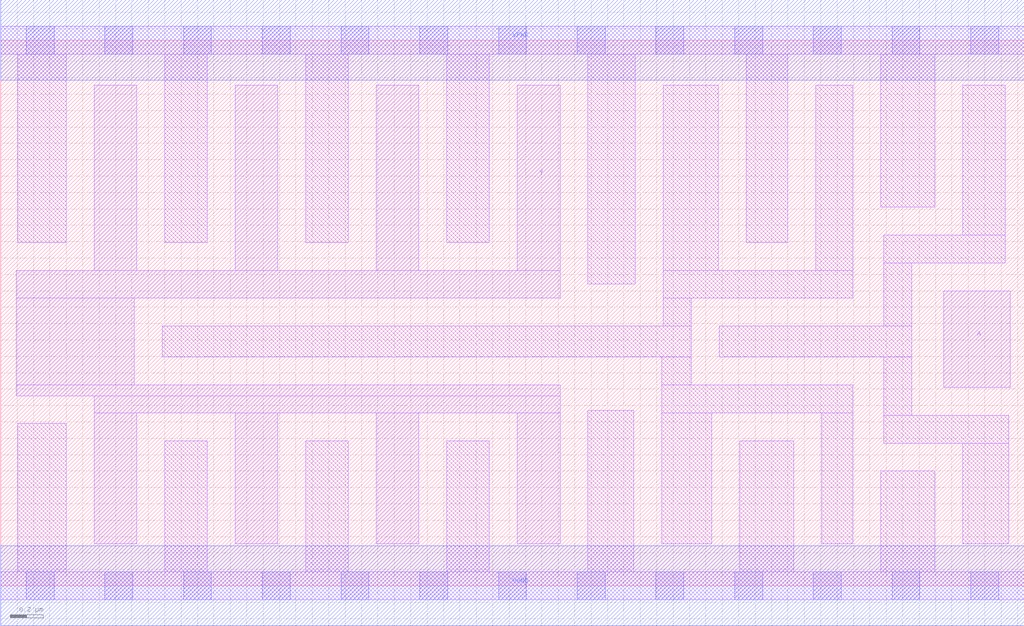
<source format=lef>
# Copyright 2020 The SkyWater PDK Authors
#
# Licensed under the Apache License, Version 2.0 (the "License");
# you may not use this file except in compliance with the License.
# You may obtain a copy of the License at
#
#     https://www.apache.org/licenses/LICENSE-2.0
#
# Unless required by applicable law or agreed to in writing, software
# distributed under the License is distributed on an "AS IS" BASIS,
# WITHOUT WARRANTIES OR CONDITIONS OF ANY KIND, either express or implied.
# See the License for the specific language governing permissions and
# limitations under the License.
#
# SPDX-License-Identifier: Apache-2.0

VERSION 5.7 ;
  NOWIREEXTENSIONATPIN ON ;
  DIVIDERCHAR "/" ;
  BUSBITCHARS "[]" ;
UNITS
  DATABASE MICRONS 200 ;
END UNITS
MACRO sky130_fd_sc_lp__bufinv_8
  CLASS CORE ;
  FOREIGN sky130_fd_sc_lp__bufinv_8 ;
  ORIGIN  0.000000  0.000000 ;
  SIZE  6.240000 BY  3.330000 ;
  SYMMETRY X Y R90 ;
  SITE unit ;
  PIN A
    ANTENNAGATEAREA  0.315000 ;
    DIRECTION INPUT ;
    USE SIGNAL ;
    PORT
      LAYER li1 ;
        RECT 5.750000 1.210000 6.155000 1.800000 ;
    END
  END A
  PIN Y
    ANTENNADIFFAREA  2.352000 ;
    DIRECTION OUTPUT ;
    USE SIGNAL ;
    PORT
      LAYER li1 ;
        RECT 0.095000 1.160000 3.410000 1.225000 ;
        RECT 0.095000 1.225000 0.815000 1.755000 ;
        RECT 0.095000 1.755000 3.410000 1.925000 ;
        RECT 0.570000 0.255000 0.830000 1.055000 ;
        RECT 0.570000 1.055000 3.410000 1.160000 ;
        RECT 0.570000 1.925000 0.830000 3.055000 ;
        RECT 1.430000 0.255000 1.690000 1.055000 ;
        RECT 1.430000 1.925000 1.690000 3.055000 ;
        RECT 2.290000 0.255000 2.550000 1.055000 ;
        RECT 2.290000 1.925000 2.550000 3.055000 ;
        RECT 3.150000 0.255000 3.410000 1.055000 ;
        RECT 3.150000 1.925000 3.410000 3.055000 ;
    END
  END Y
  PIN VGND
    DIRECTION INOUT ;
    USE GROUND ;
    PORT
      LAYER met1 ;
        RECT 0.000000 -0.245000 6.240000 0.245000 ;
    END
  END VGND
  PIN VPWR
    DIRECTION INOUT ;
    USE POWER ;
    PORT
      LAYER met1 ;
        RECT 0.000000 3.085000 6.240000 3.575000 ;
    END
  END VPWR
  OBS
    LAYER li1 ;
      RECT 0.000000 -0.085000 6.240000 0.085000 ;
      RECT 0.000000  3.245000 6.240000 3.415000 ;
      RECT 0.105000  0.085000 0.400000 0.990000 ;
      RECT 0.105000  2.095000 0.400000 3.245000 ;
      RECT 0.985000  1.395000 4.210000 1.585000 ;
      RECT 1.000000  0.085000 1.260000 0.885000 ;
      RECT 1.000000  2.095000 1.260000 3.245000 ;
      RECT 1.860000  0.085000 2.120000 0.885000 ;
      RECT 1.860000  2.095000 2.120000 3.245000 ;
      RECT 2.720000  0.085000 2.980000 0.885000 ;
      RECT 2.720000  2.095000 2.980000 3.245000 ;
      RECT 3.580000  0.085000 3.860000 1.070000 ;
      RECT 3.580000  1.840000 3.870000 3.245000 ;
      RECT 4.030000  0.255000 4.335000 1.055000 ;
      RECT 4.030000  1.055000 5.195000 1.225000 ;
      RECT 4.030000  1.225000 4.210000 1.395000 ;
      RECT 4.040000  1.585000 4.210000 1.755000 ;
      RECT 4.040000  1.755000 5.195000 1.925000 ;
      RECT 4.040000  1.925000 4.375000 3.055000 ;
      RECT 4.380000  1.395000 5.555000 1.585000 ;
      RECT 4.505000  0.085000 4.835000 0.885000 ;
      RECT 4.545000  2.095000 4.800000 3.245000 ;
      RECT 4.970000  1.925000 5.195000 3.055000 ;
      RECT 5.005000  0.255000 5.195000 1.055000 ;
      RECT 5.365000  0.085000 5.695000 0.700000 ;
      RECT 5.365000  2.310000 5.695000 3.245000 ;
      RECT 5.385000  0.870000 6.145000 1.040000 ;
      RECT 5.385000  1.040000 5.555000 1.395000 ;
      RECT 5.385000  1.585000 5.555000 1.970000 ;
      RECT 5.385000  1.970000 6.125000 2.140000 ;
      RECT 5.865000  0.255000 6.145000 0.870000 ;
      RECT 5.865000  2.140000 6.125000 3.055000 ;
    LAYER mcon ;
      RECT 0.155000 -0.085000 0.325000 0.085000 ;
      RECT 0.155000  3.245000 0.325000 3.415000 ;
      RECT 0.635000 -0.085000 0.805000 0.085000 ;
      RECT 0.635000  3.245000 0.805000 3.415000 ;
      RECT 1.115000 -0.085000 1.285000 0.085000 ;
      RECT 1.115000  3.245000 1.285000 3.415000 ;
      RECT 1.595000 -0.085000 1.765000 0.085000 ;
      RECT 1.595000  3.245000 1.765000 3.415000 ;
      RECT 2.075000 -0.085000 2.245000 0.085000 ;
      RECT 2.075000  3.245000 2.245000 3.415000 ;
      RECT 2.555000 -0.085000 2.725000 0.085000 ;
      RECT 2.555000  3.245000 2.725000 3.415000 ;
      RECT 3.035000 -0.085000 3.205000 0.085000 ;
      RECT 3.035000  3.245000 3.205000 3.415000 ;
      RECT 3.515000 -0.085000 3.685000 0.085000 ;
      RECT 3.515000  3.245000 3.685000 3.415000 ;
      RECT 3.995000 -0.085000 4.165000 0.085000 ;
      RECT 3.995000  3.245000 4.165000 3.415000 ;
      RECT 4.475000 -0.085000 4.645000 0.085000 ;
      RECT 4.475000  3.245000 4.645000 3.415000 ;
      RECT 4.955000 -0.085000 5.125000 0.085000 ;
      RECT 4.955000  3.245000 5.125000 3.415000 ;
      RECT 5.435000 -0.085000 5.605000 0.085000 ;
      RECT 5.435000  3.245000 5.605000 3.415000 ;
      RECT 5.915000 -0.085000 6.085000 0.085000 ;
      RECT 5.915000  3.245000 6.085000 3.415000 ;
  END
END sky130_fd_sc_lp__bufinv_8
END LIBRARY

</source>
